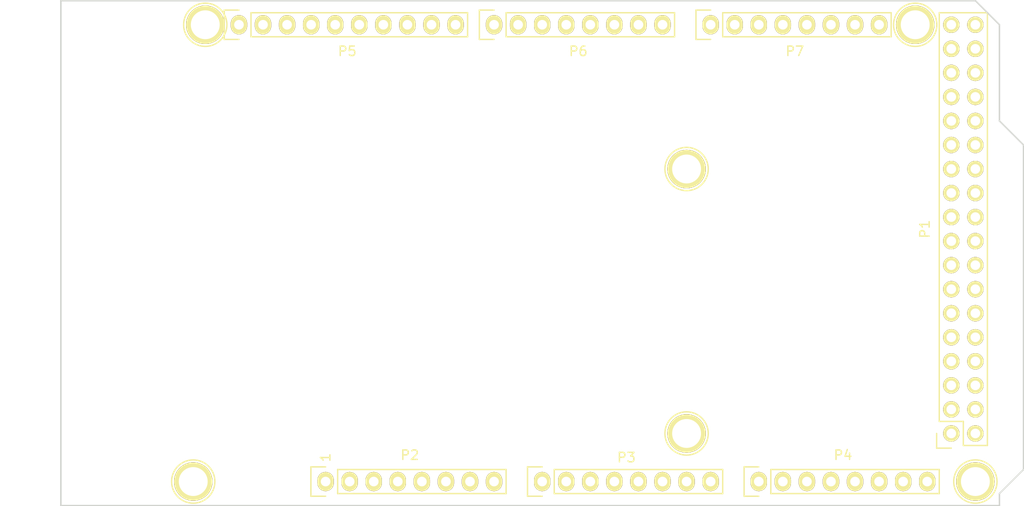
<source format=kicad_pcb>
(kicad_pcb (version 20221018) (generator pcbnew)
  (title_block (date "mar. 31 mars 2015"))
  (layers (0 "F.Cu" signal) (31 "B.Cu" signal) (34 "B.Paste" user) (35 "F.Paste" user) (36 "B.SilkS" user "B.Silkscreen") (37 "F.SilkS" user "F.Silkscreen") (38 "B.Mask" user) (39 "F.Mask" user) (44 "Edge.Cuts" user))
  (net 0 "")
  (net 1 "GND")
  (net 2 "/52(SCK)")
  (net 3 "/53(SS)")
  (net 4 "/50(MISO)")
  (net 5 "/51(MOSI)")
  (net 6 "/48")
  (net 7 "/49")
  (net 8 "/46")
  (net 9 "/47")
  (net 10 "/44")
  (net 11 "/45")
  (net 12 "/42")
  (net 13 "/43")
  (net 14 "/40")
  (net 15 "/41")
  (net 16 "/38")
  (net 17 "/39")
  (net 18 "/36")
  (net 19 "/37")
  (net 20 "/34")
  (net 21 "/35")
  (net 22 "/32")
  (net 23 "/33")
  (net 24 "/30")
  (net 25 "/31")
  (net 26 "/28")
  (net 27 "/29")
  (net 28 "/26")
  (net 29 "/27")
  (net 30 "/24")
  (net 31 "/25")
  (net 32 "/22")
  (net 33 "/23")
  (net 34 "+5V")
  (net 35 "/IOREF")
  (net 36 "/Reset")
  (net 37 "/Vin")
  (net 38 "/A0")
  (net 39 "/A1")
  (net 40 "/A2")
  (net 41 "/A3")
  (net 42 "/A4")
  (net 43 "/A5")
  (net 44 "/A6")
  (net 45 "/A7")
  (net 46 "/A8")
  (net 47 "/A9")
  (net 48 "/A10")
  (net 49 "/A11")
  (net 50 "/A12")
  (net 51 "/A13")
  (net 52 "/A14")
  (net 53 "/A15")
  (net 54 "/SCL")
  (net 55 "/SDA")
  (net 56 "/AREF")
  (net 57 "/13(**)")
  (net 58 "/12(**)")
  (net 59 "/11(**)")
  (net 60 "/10(**)")
  (net 61 "/9(**)")
  (net 62 "/8(**)")
  (net 63 "/7(**)")
  (net 64 "/6(**)")
  (net 65 "/5(**)")
  (net 66 "/4(**)")
  (net 67 "/3(**)")
  (net 68 "/2(**)")
  (net 69 "/20(SDA)")
  (net 70 "/21(SCL)")
  (net 71 "Net-(P8-Pad1)")
  (net 72 "Net-(P9-Pad1)")
  (net 73 "Net-(P10-Pad1)")
  (net 74 "Net-(P11-Pad1)")
  (net 75 "Net-(P12-Pad1)")
  (net 76 "Net-(P13-Pad1)")
  (net 77 "Net-(P2-Pad1)")
  (net 78 "+3V3")
  (net 79 "/1(Tx0)")
  (net 80 "/0(Rx0)")
  (net 81 "/14(Tx3)")
  (net 82 "/15(Rx3)")
  (net 83 "/16(Tx2)")
  (net 84 "/17(Rx2)")
  (net 85 "/18(Tx1)")
  (net 86 "/19(Rx1)")
  (footprint "Socket_Arduino_Mega:Socket_Strip_Arduino_2x18" (layer "F.Cu") (at 197.358 114.046 90)
    (fp_text reference "P1" (at 21.59 -2.794 90) (layer "F.SilkS"))
    (fp_text value "Digital")
    (fp_line (start -1.55 -1.55) (end -1.55 0) (stroke (width 0.15)) (layer "F.SilkS"))
    (fp_line (start -1.27 1.27) (end 1.27 1.27) (stroke (width 0.15)) (layer "F.SilkS"))
    (fp_line (start -1.27 3.81) (end -1.27 1.27) (stroke (width 0.15)) (layer "F.SilkS"))
    (fp_line (start -1.27 3.81) (end 44.45 3.81) (stroke (width 0.15)) (layer "F.SilkS"))
    (fp_line (start 0 -1.55) (end -1.55 -1.55) (stroke (width 0.15)) (layer "F.SilkS"))
    (fp_line (start 1.27 1.27) (end 1.27 -1.27) (stroke (width 0.15)) (layer "F.SilkS"))
    (fp_line (start 44.45 -1.27) (end 1.27 -1.27) (stroke (width 0.15)) (layer "F.SilkS"))
    (fp_line (start 44.45 3.81) (end 44.45 -1.27) (stroke (width 0.15)) (layer "F.SilkS"))
    (pad "1" thru_hole circle locked (at 0 0 90) (size 1.7272 1.7272) (drill 1.016) (layers "*.Cu" "*.Mask" "F.SilkS") (net 1 "GND"))
    (pad "2" thru_hole oval locked (at 0 2.54 90) (size 1.7272 1.7272) (drill 1.016) (layers "*.Cu" "*.Mask" "F.SilkS") (net 1 "GND"))
    (pad "3" thru_hole oval locked (at 2.54 0 90) (size 1.7272 1.7272) (drill 1.016) (layers "*.Cu" "*.Mask" "F.SilkS") (net 2 "/52(SCK)"))
    (pad "4" thru_hole oval locked (at 2.54 2.54 90) (size 1.7272 1.7272) (drill 1.016) (layers "*.Cu" "*.Mask" "F.SilkS") (net 3 "/53(SS)"))
    (pad "5" thru_hole oval locked (at 5.08 0 90) (size 1.7272 1.7272) (drill 1.016) (layers "*.Cu" "*.Mask" "F.SilkS") (net 4 "/50(MISO)"))
    (pad "6" thru_hole oval locked (at 5.08 2.54 90) (size 1.7272 1.7272) (drill 1.016) (layers "*.Cu" "*.Mask" "F.SilkS") (net 5 "/51(MOSI)"))
    (pad "7" thru_hole oval locked (at 7.62 0 90) (size 1.7272 1.7272) (drill 1.016) (layers "*.Cu" "*.Mask" "F.SilkS") (net 6 "/48"))
    (pad "8" thru_hole oval locked (at 7.62 2.54 90) (size 1.7272 1.7272) (drill 1.016) (layers "*.Cu" "*.Mask" "F.SilkS") (net 7 "/49"))
    (pad "9" thru_hole oval locked (at 10.16 0 90) (size 1.7272 1.7272) (drill 1.016) (layers "*.Cu" "*.Mask" "F.SilkS") (net 8 "/46"))
    (pad "10" thru_hole oval locked (at 10.16 2.54 90) (size 1.7272 1.7272) (drill 1.016) (layers "*.Cu" "*.Mask" "F.SilkS") (net 9 "/47"))
    (pad "11" thru_hole oval locked (at 12.7 0 90) (size 1.7272 1.7272) (drill 1.016) (layers "*.Cu" "*.Mask" "F.SilkS") (net 10 "/44"))
    (pad "12" thru_hole oval locked (at 12.7 2.54 90) (size 1.7272 1.7272) (drill 1.016) (layers "*.Cu" "*.Mask" "F.SilkS") (net 11 "/45"))
    (pad "13" thru_hole oval locked (at 15.24 0 90) (size 1.7272 1.7272) (drill 1.016) (layers "*.Cu" "*.Mask" "F.SilkS") (net 12 "/42"))
    (pad "14" thru_hole oval locked (at 15.24 2.54 90) (size 1.7272 1.7272) (drill 1.016) (layers "*.Cu" "*.Mask" "F.SilkS") (net 13 "/43"))
    (pad "15" thru_hole oval locked (at 17.78 0 90) (size 1.7272 1.7272) (drill 1.016) (layers "*.Cu" "*.Mask" "F.SilkS") (net 14 "/40"))
    (pad "16" thru_hole oval locked (at 17.78 2.54 90) (size 1.7272 1.7272) (drill 1.016) (layers "*.Cu" "*.Mask" "F.SilkS") (net 15 "/41"))
    (pad "17" thru_hole oval locked (at 20.32 0 90) (size 1.7272 1.7272) (drill 1.016) (layers "*.Cu" "*.Mask" "F.SilkS") (net 16 "/38"))
    (pad "18" thru_hole oval locked (at 20.32 2.54 90) (size 1.7272 1.7272) (drill 1.016) (layers "*.Cu" "*.Mask" "F.SilkS") (net 17 "/39"))
    (pad "19" thru_hole oval locked (at 22.86 0 90) (size 1.7272 1.7272) (drill 1.016) (layers "*.Cu" "*.Mask" "F.SilkS") (net 18 "/36"))
    (pad "20" thru_hole oval locked (at 22.86 2.54 90) (size 1.7272 1.7272) (drill 1.016) (layers "*.Cu" "*.Mask" "F.SilkS") (net 19 "/37"))
    (pad "21" thru_hole oval locked (at 25.4 0 90) (size 1.7272 1.7272) (drill 1.016) (layers "*.Cu" "*.Mask" "F.SilkS") (net 20 "/34"))
    (pad "22" thru_hole oval locked (at 25.4 2.54 90) (size 1.7272 1.7272) (drill 1.016) (layers "*.Cu" "*.Mask" "F.SilkS") (net 21 "/35"))
    (pad "23" thru_hole oval locked (at 27.94 0 90) (size 1.7272 1.7272) (drill 1.016) (layers "*.Cu" "*.Mask" "F.SilkS") (net 22 "/32"))
    (pad "24" thru_hole oval locked (at 27.94 2.54 90) (size 1.7272 1.7272) (drill 1.016) (layers "*.Cu" "*.Mask" "F.SilkS") (net 23 "/33"))
    (pad "25" thru_hole oval locked (at 30.48 0 90) (size 1.7272 1.7272) (drill 1.016) (layers "*.Cu" "*.Mask" "F.SilkS") (net 24 "/30"))
    (pad "26" thru_hole oval locked (at 30.48 2.54 90) (size 1.7272 1.7272) (drill 1.016) (layers "*.Cu" "*.Mask" "F.SilkS") (net 25 "/31"))
    (pad "27" thru_hole oval locked (at 33.02 0 90) (size 1.7272 1.7272) (drill 1.016) (layers "*.Cu" "*.Mask" "F.SilkS") (net 26 "/28"))
    (pad "28" thru_hole oval locked (at 33.02 2.54 90) (size 1.7272 1.7272) (drill 1.016) (layers "*.Cu" "*.Mask" "F.SilkS") (net 27 "/29"))
    (pad "29" thru_hole oval locked (at 35.56 0 90) (size 1.7272 1.7272) (drill 1.016) (layers "*.Cu" "*.Mask" "F.SilkS") (net 28 "/26"))
    (pad "30" thru_hole oval locked (at 35.56 2.54 90) (size 1.7272 1.7272) (drill 1.016) (layers "*.Cu" "*.Mask" "F.SilkS") (net 29 "/27"))
    (pad "31" thru_hole oval locked (at 38.1 0 90) (size 1.7272 1.7272) (drill 1.016) (layers "*.Cu" "*.Mask" "F.SilkS") (net 30 "/24"))
    (pad "32" thru_hole oval locked (at 38.1 2.54 90) (size 1.7272 1.7272) (drill 1.016) (layers "*.Cu" "*.Mask" "F.SilkS") (net 31 "/25"))
    (pad "33" thru_hole oval locked (at 40.64 0 90) (size 1.7272 1.7272) (drill 1.016) (layers "*.Cu" "*.Mask" "F.SilkS") (net 32 "/22"))
    (pad "34" thru_hole oval locked (at 40.64 2.54 90) (size 1.7272 1.7272) (drill 1.016) (layers "*.Cu" "*.Mask" "F.SilkS") (net 33 "/23"))
    (pad "35" thru_hole oval locked (at 43.18 0 90) (size 1.7272 1.7272) (drill 1.016) (layers "*.Cu" "*.Mask" "F.SilkS") (net 34 "+5V"))
    (pad "36" thru_hole oval locked (at 43.18 2.54 90) (size 1.7272 1.7272) (drill 1.016) (layers "*.Cu" "*.Mask" "F.SilkS") (net 34 "+5V"))
  )
  (footprint "Socket_Arduino_Mega:Socket_Strip_Arduino_1x08" (layer "F.Cu") (at 131.318 119.126)
    (fp_text reference "P2" (at 8.89 -2.794) (layer "F.SilkS"))
    (fp_text value "Power")
    (fp_line (start -1.55 -1.55) (end -1.55 1.55) (stroke (width 0.15)) (layer "F.SilkS"))
    (fp_line (start -1.55 1.55) (end 0 1.55) (stroke (width 0.15)) (layer "F.SilkS"))
    (fp_line (start 0 -1.55) (end -1.55 -1.55) (stroke (width 0.15)) (layer "F.SilkS"))
    (fp_line (start 1.27 1.27) (end 1.27 -1.27) (stroke (width 0.15)) (layer "F.SilkS"))
    (fp_line (start 1.27 1.27) (end 19.05 1.27) (stroke (width 0.15)) (layer "F.SilkS"))
    (fp_line (start 19.05 -1.27) (end 1.27 -1.27) (stroke (width 0.15)) (layer "F.SilkS"))
    (fp_line (start 19.05 1.27) (end 19.05 -1.27) (stroke (width 0.15)) (layer "F.SilkS"))
    (pad "1" thru_hole oval locked (at 0 0) (size 1.7272 2.032) (drill 1.016) (layers "*.Cu" "*.Mask" "F.SilkS") (net 77 "Net-(P2-Pad1)"))
    (pad "2" thru_hole oval locked (at 2.54 0) (size 1.7272 2.032) (drill 1.016) (layers "*.Cu" "*.Mask" "F.SilkS") (net 35 "/IOREF"))
    (pad "3" thru_hole oval locked (at 5.08 0) (size 1.7272 2.032) (drill 1.016) (layers "*.Cu" "*.Mask" "F.SilkS") (net 36 "/Reset"))
    (pad "4" thru_hole oval locked (at 7.62 0) (size 1.7272 2.032) (drill 1.016) (layers "*.Cu" "*.Mask" "F.SilkS") (net 78 "+3V3"))
    (pad "5" thru_hole oval locked (at 10.16 0) (size 1.7272 2.032) (drill 1.016) (layers "*.Cu" "*.Mask" "F.SilkS") (net 34 "+5V"))
    (pad "6" thru_hole oval locked (at 12.7 0) (size 1.7272 2.032) (drill 1.016) (layers "*.Cu" "*.Mask" "F.SilkS") (net 1 "GND"))
    (pad "7" thru_hole oval locked (at 15.24 0) (size 1.7272 2.032) (drill 1.016) (layers "*.Cu" "*.Mask" "F.SilkS") (net 1 "GND"))
    (pad "8" thru_hole oval locked (at 17.78 0) (size 1.7272 2.032) (drill 1.016) (layers "*.Cu" "*.Mask" "F.SilkS") (net 37 "/Vin"))
  )
  (footprint "Socket_Arduino_Mega:Socket_Strip_Arduino_1x08" (layer "F.Cu") (at 154.178 119.126)
    (fp_text reference "P3" (at 8.89 -2.54) (layer "F.SilkS"))
    (fp_text value "Analog")
    (fp_line (start -1.55 -1.55) (end -1.55 1.55) (stroke (width 0.15)) (layer "F.SilkS"))
    (fp_line (start -1.55 1.55) (end 0 1.55) (stroke (width 0.15)) (layer "F.SilkS"))
    (fp_line (start 0 -1.55) (end -1.55 -1.55) (stroke (width 0.15)) (layer "F.SilkS"))
    (fp_line (start 1.27 1.27) (end 1.27 -1.27) (stroke (width 0.15)) (layer "F.SilkS"))
    (fp_line (start 1.27 1.27) (end 19.05 1.27) (stroke (width 0.15)) (layer "F.SilkS"))
    (fp_line (start 19.05 -1.27) (end 1.27 -1.27) (stroke (width 0.15)) (layer "F.SilkS"))
    (fp_line (start 19.05 1.27) (end 19.05 -1.27) (stroke (width 0.15)) (layer "F.SilkS"))
    (pad "1" thru_hole oval locked (at 0 0) (size 1.7272 2.032) (drill 1.016) (layers "*.Cu" "*.Mask" "F.SilkS") (net 38 "/A0"))
    (pad "2" thru_hole oval locked (at 2.54 0) (size 1.7272 2.032) (drill 1.016) (layers "*.Cu" "*.Mask" "F.SilkS") (net 39 "/A1"))
    (pad "3" thru_hole oval locked (at 5.08 0) (size 1.7272 2.032) (drill 1.016) (layers "*.Cu" "*.Mask" "F.SilkS") (net 40 "/A2"))
    (pad "4" thru_hole oval locked (at 7.62 0) (size 1.7272 2.032) (drill 1.016) (layers "*.Cu" "*.Mask" "F.SilkS") (net 41 "/A3"))
    (pad "5" thru_hole oval locked (at 10.16 0) (size 1.7272 2.032) (drill 1.016) (layers "*.Cu" "*.Mask" "F.SilkS") (net 42 "/A4"))
    (pad "6" thru_hole oval locked (at 12.7 0) (size 1.7272 2.032) (drill 1.016) (layers "*.Cu" "*.Mask" "F.SilkS") (net 43 "/A5"))
    (pad "7" thru_hole oval locked (at 15.24 0) (size 1.7272 2.032) (drill 1.016) (layers "*.Cu" "*.Mask" "F.SilkS") (net 44 "/A6"))
    (pad "8" thru_hole oval locked (at 17.78 0) (size 1.7272 2.032) (drill 1.016) (layers "*.Cu" "*.Mask" "F.SilkS") (net 45 "/A7"))
  )
  (footprint "Socket_Arduino_Mega:Socket_Strip_Arduino_1x08" (layer "F.Cu") (at 177.038 119.126)
    (fp_text reference "P4" (at 8.89 -2.794) (layer "F.SilkS"))
    (fp_text value "Analog")
    (fp_line (start -1.55 -1.55) (end -1.55 1.55) (stroke (width 0.15)) (layer "F.SilkS"))
    (fp_line (start -1.55 1.55) (end 0 1.55) (stroke (width 0.15)) (layer "F.SilkS"))
    (fp_line (start 0 -1.55) (end -1.55 -1.55) (stroke (width 0.15)) (layer "F.SilkS"))
    (fp_line (start 1.27 1.27) (end 1.27 -1.27) (stroke (width 0.15)) (layer "F.SilkS"))
    (fp_line (start 1.27 1.27) (end 19.05 1.27) (stroke (width 0.15)) (layer "F.SilkS"))
    (fp_line (start 19.05 -1.27) (end 1.27 -1.27) (stroke (width 0.15)) (layer "F.SilkS"))
    (fp_line (start 19.05 1.27) (end 19.05 -1.27) (stroke (width 0.15)) (layer "F.SilkS"))
    (pad "1" thru_hole oval locked (at 0 0) (size 1.7272 2.032) (drill 1.016) (layers "*.Cu" "*.Mask" "F.SilkS") (net 46 "/A8"))
    (pad "2" thru_hole oval locked (at 2.54 0) (size 1.7272 2.032) (drill 1.016) (layers "*.Cu" "*.Mask" "F.SilkS") (net 47 "/A9"))
    (pad "3" thru_hole oval locked (at 5.08 0) (size 1.7272 2.032) (drill 1.016) (layers "*.Cu" "*.Mask" "F.SilkS") (net 48 "/A10"))
    (pad "4" thru_hole oval locked (at 7.62 0) (size 1.7272 2.032) (drill 1.016) (layers "*.Cu" "*.Mask" "F.SilkS") (net 49 "/A11"))
    (pad "5" thru_hole oval locked (at 10.16 0) (size 1.7272 2.032) (drill 1.016) (layers "*.Cu" "*.Mask" "F.SilkS") (net 50 "/A12"))
    (pad "6" thru_hole oval locked (at 12.7 0) (size 1.7272 2.032) (drill 1.016) (layers "*.Cu" "*.Mask" "F.SilkS") (net 51 "/A13"))
    (pad "7" thru_hole oval locked (at 15.24 0) (size 1.7272 2.032) (drill 1.016) (layers "*.Cu" "*.Mask" "F.SilkS") (net 52 "/A14"))
    (pad "8" thru_hole oval locked (at 17.78 0) (size 1.7272 2.032) (drill 1.016) (layers "*.Cu" "*.Mask" "F.SilkS") (net 53 "/A15"))
  )
  (footprint "Socket_Arduino_Mega:Socket_Strip_Arduino_1x10" (layer "F.Cu") (at 122.174 70.866)
    (fp_text reference "P5" (at 11.43 2.794) (layer "F.SilkS"))
    (fp_text value "PWM")
    (fp_line (start -1.55 -1.55) (end -1.55 1.55) (stroke (width 0.15)) (layer "F.SilkS"))
    (fp_line (start -1.55 1.55) (end 0 1.55) (stroke (width 0.15)) (layer "F.SilkS"))
    (fp_line (start 0 -1.55) (end -1.55 -1.55) (stroke (width 0.15)) (layer "F.SilkS"))
    (fp_line (start 1.27 1.27) (end 1.27 -1.27) (stroke (width 0.15)) (layer "F.SilkS"))
    (fp_line (start 1.27 1.27) (end 24.13 1.27) (stroke (width 0.15)) (layer "F.SilkS"))
    (fp_line (start 24.13 -1.27) (end 1.27 -1.27) (stroke (width 0.15)) (layer "F.SilkS"))
    (fp_line (start 24.13 1.27) (end 24.13 -1.27) (stroke (width 0.15)) (layer "F.SilkS"))
    (pad "1" thru_hole oval locked (at 0 0) (size 1.7272 2.032) (drill 1.016) (layers "*.Cu" "*.Mask" "F.SilkS") (net 54 "/SCL"))
    (pad "2" thru_hole oval locked (at 2.54 0) (size 1.7272 2.032) (drill 1.016) (layers "*.Cu" "*.Mask" "F.SilkS") (net 55 "/SDA"))
    (pad "3" thru_hole oval locked (at 5.08 0) (size 1.7272 2.032) (drill 1.016) (layers "*.Cu" "*.Mask" "F.SilkS") (net 56 "/AREF"))
    (pad "4" thru_hole oval locked (at 7.62 0) (size 1.7272 2.032) (drill 1.016) (layers "*.Cu" "*.Mask" "F.SilkS") (net 1 "GND"))
    (pad "5" thru_hole oval locked (at 10.16 0) (size 1.7272 2.032) (drill 1.016) (layers "*.Cu" "*.Mask" "F.SilkS") (net 57 "/13(**)"))
    (pad "6" thru_hole oval locked (at 12.7 0) (size 1.7272 2.032) (drill 1.016) (layers "*.Cu" "*.Mask" "F.SilkS") (net 58 "/12(**)"))
    (pad "7" thru_hole oval locked (at 15.24 0) (size 1.7272 2.032) (drill 1.016) (layers "*.Cu" "*.Mask" "F.SilkS") (net 59 "/11(**)"))
    (pad "8" thru_hole oval locked (at 17.78 0) (size 1.7272 2.032) (drill 1.016) (layers "*.Cu" "*.Mask" "F.SilkS") (net 60 "/10(**)"))
    (pad "9" thru_hole oval locked (at 20.32 0) (size 1.7272 2.032) (drill 1.016) (layers "*.Cu" "*.Mask" "F.SilkS") (net 61 "/9(**)"))
    (pad "10" thru_hole oval locked (at 22.86 0) (size 1.7272 2.032) (drill 1.016) (layers "*.Cu" "*.Mask" "F.SilkS") (net 62 "/8(**)"))
  )
  (footprint "Socket_Arduino_Mega:Socket_Strip_Arduino_1x08" (layer "F.Cu") (at 149.098 70.866)
    (fp_text reference "P6" (at 8.89 2.794) (layer "F.SilkS"))
    (fp_text value "PWM")
    (fp_line (start -1.55 -1.55) (end -1.55 1.55) (stroke (width 0.15)) (layer "F.SilkS"))
    (fp_line (start -1.55 1.55) (end 0 1.55) (stroke (width 0.15)) (layer "F.SilkS"))
    (fp_line (start 0 -1.55) (end -1.55 -1.55) (stroke (width 0.15)) (layer "F.SilkS"))
    (fp_line (start 1.27 1.27) (end 1.27 -1.27) (stroke (width 0.15)) (layer "F.SilkS"))
    (fp_line (start 1.27 1.27) (end 19.05 1.27) (stroke (width 0.15)) (layer "F.SilkS"))
    (fp_line (start 19.05 -1.27) (end 1.27 -1.27) (stroke (width 0.15)) (layer "F.SilkS"))
    (fp_line (start 19.05 1.27) (end 19.05 -1.27) (stroke (width 0.15)) (layer "F.SilkS"))
    (pad "1" thru_hole oval locked (at 0 0) (size 1.7272 2.032) (drill 1.016) (layers "*.Cu" "*.Mask" "F.SilkS") (net 63 "/7(**)"))
    (pad "2" thru_hole oval locked (at 2.54 0) (size 1.7272 2.032) (drill 1.016) (layers "*.Cu" "*.Mask" "F.SilkS") (net 64 "/6(**)"))
    (pad "3" thru_hole oval locked (at 5.08 0) (size 1.7272 2.032) (drill 1.016) (layers "*.Cu" "*.Mask" "F.SilkS") (net 65 "/5(**)"))
    (pad "4" thru_hole oval locked (at 7.62 0) (size 1.7272 2.032) (drill 1.016) (layers "*.Cu" "*.Mask" "F.SilkS") (net 66 "/4(**)"))
    (pad "5" thru_hole oval locked (at 10.16 0) (size 1.7272 2.032) (drill 1.016) (layers "*.Cu" "*.Mask" "F.SilkS") (net 67 "/3(**)"))
    (pad "6" thru_hole oval locked (at 12.7 0) (size 1.7272 2.032) (drill 1.016) (layers "*.Cu" "*.Mask" "F.SilkS") (net 68 "/2(**)"))
    (pad "7" thru_hole oval locked (at 15.24 0) (size 1.7272 2.032) (drill 1.016) (layers "*.Cu" "*.Mask" "F.SilkS") (net 79 "/1(Tx0)"))
    (pad "8" thru_hole oval locked (at 17.78 0) (size 1.7272 2.032) (drill 1.016) (layers "*.Cu" "*.Mask" "F.SilkS") (net 80 "/0(Rx0)"))
  )
  (footprint "Socket_Arduino_Mega:Socket_Strip_Arduino_1x08" (layer "F.Cu") (at 171.958 70.866)
    (fp_text reference "P7" (at 8.89 2.794) (layer "F.SilkS"))
    (fp_text value "Communication")
    (fp_line (start -1.55 -1.55) (end -1.55 1.55) (stroke (width 0.15)) (layer "F.SilkS"))
    (fp_line (start -1.55 1.55) (end 0 1.55) (stroke (width 0.15)) (layer "F.SilkS"))
    (fp_line (start 0 -1.55) (end -1.55 -1.55) (stroke (width 0.15)) (layer "F.SilkS"))
    (fp_line (start 1.27 1.27) (end 1.27 -1.27) (stroke (width 0.15)) (layer "F.SilkS"))
    (fp_line (start 1.27 1.27) (end 19.05 1.27) (stroke (width 0.15)) (layer "F.SilkS"))
    (fp_line (start 19.05 -1.27) (end 1.27 -1.27) (stroke (width 0.15)) (layer "F.SilkS"))
    (fp_line (start 19.05 1.27) (end 19.05 -1.27) (stroke (width 0.15)) (layer "F.SilkS"))
    (pad "1" thru_hole oval locked (at 0 0) (size 1.7272 2.032) (drill 1.016) (layers "*.Cu" "*.Mask" "F.SilkS") (net 81 "/14(Tx3)"))
    (pad "2" thru_hole oval locked (at 2.54 0) (size 1.7272 2.032) (drill 1.016) (layers "*.Cu" "*.Mask" "F.SilkS") (net 82 "/15(Rx3)"))
    (pad "3" thru_hole oval locked (at 5.08 0) (size 1.7272 2.032) (drill 1.016) (layers "*.Cu" "*.Mask" "F.SilkS") (net 83 "/16(Tx2)"))
    (pad "4" thru_hole oval locked (at 7.62 0) (size 1.7272 2.032) (drill 1.016) (layers "*.Cu" "*.Mask" "F.SilkS") (net 84 "/17(Rx2)"))
    (pad "5" thru_hole oval locked (at 10.16 0) (size 1.7272 2.032) (drill 1.016) (layers "*.Cu" "*.Mask" "F.SilkS") (net 85 "/18(Tx1)"))
    (pad "6" thru_hole oval locked (at 12.7 0) (size 1.7272 2.032) (drill 1.016) (layers "*.Cu" "*.Mask" "F.SilkS") (net 86 "/19(Rx1)"))
    (pad "7" thru_hole oval locked (at 15.24 0) (size 1.7272 2.032) (drill 1.016) (layers "*.Cu" "*.Mask" "F.SilkS") (net 69 "/20(SDA)"))
    (pad "8" thru_hole oval locked (at 17.78 0) (size 1.7272 2.032) (drill 1.016) (layers "*.Cu" "*.Mask" "F.SilkS") (net 70 "/21(SCL)"))
  )
  (footprint "Socket_Arduino_Mega:Arduino_1pin" (layer "F.Cu") (at 117.348 119.126)
    (fp_text reference "P8" hide)
    (fp_text value "CONN_01X01" hide)
    (fp_circle (center 0 0) (end 0 -2.286) (stroke (width 0.15)) (fill none) (layer "F.SilkS"))
    (pad "1" thru_hole circle locked (at 0 0) (size 4.064 4.064) (drill 3.048) (layers "*.Cu" "*.Mask" "F.SilkS") (net 71 "Net-(P8-Pad1)"))
  )
  (footprint "Socket_Arduino_Mega:Arduino_1pin" (layer "F.Cu") (at 169.418 114.046)
    (fp_text reference "P9" hide)
    (fp_text value "CONN_01X01" hide)
    (fp_circle (center 0 0) (end 0 -2.286) (stroke (width 0.15)) (fill none) (layer "F.SilkS"))
    (pad "1" thru_hole circle locked (at 0 0) (size 4.064 4.064) (drill 3.048) (layers "*.Cu" "*.Mask" "F.SilkS") (net 72 "Net-(P9-Pad1)"))
  )
  (footprint "Socket_Arduino_Mega:Arduino_1pin" (layer "F.Cu") (at 199.898 119.126)
    (fp_text reference "P10" hide)
    (fp_text value "CONN_01X01" hide)
    (fp_circle (center 0 0) (end 0 -2.286) (stroke (width 0.15)) (fill none) (layer "F.SilkS"))
    (pad "1" thru_hole circle locked (at 0 0) (size 4.064 4.064) (drill 3.048) (layers "*.Cu" "*.Mask" "F.SilkS") (net 73 "Net-(P10-Pad1)"))
  )
  (footprint "Socket_Arduino_Mega:Arduino_1pin" (layer "F.Cu") (at 118.618 70.866)
    (fp_text reference "P11" hide)
    (fp_text value "CONN_01X01" hide)
    (fp_circle (center 0 0) (end 0 -2.286) (stroke (width 0.15)) (fill none) (layer "F.SilkS"))
    (pad "1" thru_hole circle locked (at 0 0) (size 4.064 4.064) (drill 3.048) (layers "*.Cu" "*.Mask" "F.SilkS") (net 74 "Net-(P11-Pad1)"))
  )
  (footprint "Socket_Arduino_Mega:Arduino_1pin" (layer "F.Cu") (at 169.418 86.106)
    (fp_text reference "P12" hide)
    (fp_text value "CONN_01X01" hide)
    (fp_circle (center 0 0) (end 0 -2.286) (stroke (width 0.15)) (fill none) (layer "F.SilkS"))
    (pad "1" thru_hole circle locked (at 0 0) (size 4.064 4.064) (drill 3.048) (layers "*.Cu" "*.Mask" "F.SilkS") (net 75 "Net-(P12-Pad1)"))
  )
  (footprint "Socket_Arduino_Mega:Arduino_1pin" (layer "F.Cu") (at 193.548 70.866)
    (fp_text reference "P13" hide)
    (fp_text value "CONN_01X01" hide)
    (fp_circle (center 0 0) (end 0 -2.286) (stroke (width 0.15)) (fill none) (layer "F.SilkS"))
    (pad "1" thru_hole circle locked (at 0 0) (size 4.064 4.064) (drill 3.048) (layers "*.Cu" "*.Mask" "F.SilkS") (net 76 "Net-(P13-Pad1)"))
  )
  (gr_line (start 202.438 120.396) (end 202.438 121.666) (stroke (width 0.15)) (layer "Edge.Cuts"))
  (gr_line (start 204.978 117.856) (end 202.438 120.396) (stroke (width 0.15)) (layer "Edge.Cuts"))
  (gr_line (start 202.438 81.026) (end 204.978 83.566) (stroke (width 0.15)) (layer "Edge.Cuts"))
  (gr_line (start 202.438 70.866) (end 202.438 81.026) (stroke (width 0.15)) (layer "Edge.Cuts"))
  (gr_line (start 103.378 68.326) (end 199.898 68.326) (stroke (width 0.15)) (layer "Edge.Cuts"))
  (gr_line (start 199.898 68.326) (end 202.438 70.866) (stroke (width 0.15)) (layer "Edge.Cuts"))
  (gr_line (start 204.978 83.566) (end 204.978 117.856) (stroke (width 0.15)) (layer "Edge.Cuts"))
  (gr_line (start 103.378 121.666) (end 103.378 68.326) (stroke (width 0.15)) (layer "Edge.Cuts"))
  (gr_line (start 202.438 121.666) (end 103.378 121.666) (stroke (width 0.15)) (layer "Edge.Cuts"))
  (gr_text "1" (at 131.318 116.586 90) (layer "F.SilkS") (effects (font (size 1 1))))
)
</source>
